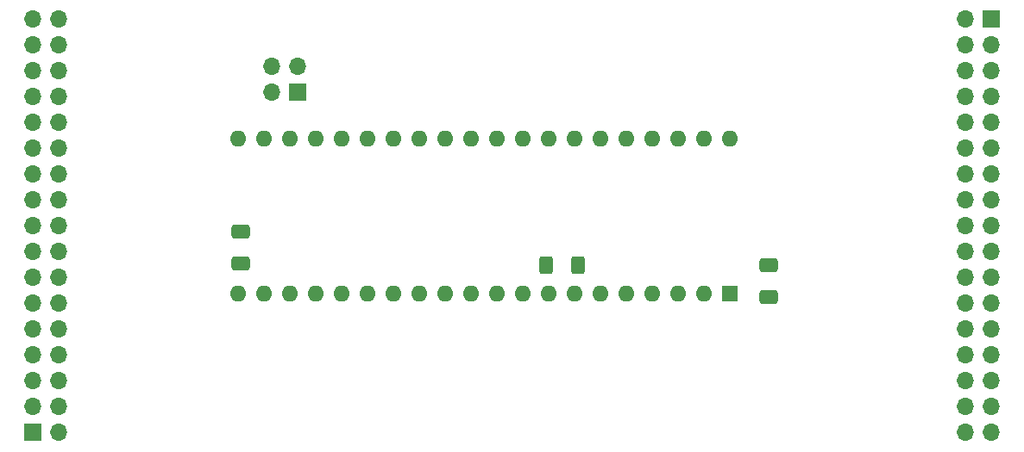
<source format=gbr>
%TF.GenerationSoftware,KiCad,Pcbnew,8.0.7-8.0.7-0~ubuntu22.04.1*%
%TF.CreationDate,2025-01-28T10:36:37+01:00*%
%TF.ProjectId,uPD7220_v1,75504437-3232-4305-9f76-312e6b696361,rev?*%
%TF.SameCoordinates,Original*%
%TF.FileFunction,Soldermask,Top*%
%TF.FilePolarity,Negative*%
%FSLAX46Y46*%
G04 Gerber Fmt 4.6, Leading zero omitted, Abs format (unit mm)*
G04 Created by KiCad (PCBNEW 8.0.7-8.0.7-0~ubuntu22.04.1) date 2025-01-28 10:36:37*
%MOMM*%
%LPD*%
G01*
G04 APERTURE LIST*
G04 Aperture macros list*
%AMRoundRect*
0 Rectangle with rounded corners*
0 $1 Rounding radius*
0 $2 $3 $4 $5 $6 $7 $8 $9 X,Y pos of 4 corners*
0 Add a 4 corners polygon primitive as box body*
4,1,4,$2,$3,$4,$5,$6,$7,$8,$9,$2,$3,0*
0 Add four circle primitives for the rounded corners*
1,1,$1+$1,$2,$3*
1,1,$1+$1,$4,$5*
1,1,$1+$1,$6,$7*
1,1,$1+$1,$8,$9*
0 Add four rect primitives between the rounded corners*
20,1,$1+$1,$2,$3,$4,$5,0*
20,1,$1+$1,$4,$5,$6,$7,0*
20,1,$1+$1,$6,$7,$8,$9,0*
20,1,$1+$1,$8,$9,$2,$3,0*%
G04 Aperture macros list end*
%ADD10RoundRect,0.250000X0.400000X0.625000X-0.400000X0.625000X-0.400000X-0.625000X0.400000X-0.625000X0*%
%ADD11R,1.700000X1.700000*%
%ADD12O,1.700000X1.700000*%
%ADD13RoundRect,0.250000X-0.650000X0.412500X-0.650000X-0.412500X0.650000X-0.412500X0.650000X0.412500X0*%
%ADD14R,1.600000X1.600000*%
%ADD15O,1.600000X1.600000*%
G04 APERTURE END LIST*
D10*
%TO.C,R1*%
X106452000Y-93218000D03*
X103352000Y-93218000D03*
%TD*%
D11*
%TO.C,J2*%
X78994000Y-76200000D03*
D12*
X76454000Y-76200000D03*
X78994000Y-73660000D03*
X76454000Y-73660000D03*
%TD*%
D13*
%TO.C,C2*%
X73406000Y-89877500D03*
X73406000Y-93002500D03*
%TD*%
%TO.C,C1*%
X125222000Y-93179500D03*
X125222000Y-96304500D03*
%TD*%
D11*
%TO.C,J3*%
X147000000Y-69000000D03*
D12*
X144460000Y-69000000D03*
X147000000Y-71540000D03*
X144460000Y-71540000D03*
X147000000Y-74080000D03*
X144460000Y-74080000D03*
X147000000Y-76620000D03*
X144460000Y-76620000D03*
X147000000Y-79160000D03*
X144460000Y-79160000D03*
X147000000Y-81700000D03*
X144460000Y-81700000D03*
X147000000Y-84240000D03*
X144460000Y-84240000D03*
X147000000Y-86780000D03*
X144460000Y-86780000D03*
X147000000Y-89320000D03*
X144460000Y-89320000D03*
X147000000Y-91860000D03*
X144460000Y-91860000D03*
X147000000Y-94400000D03*
X144460000Y-94400000D03*
X147000000Y-96940000D03*
X144460000Y-96940000D03*
X147000000Y-99480000D03*
X144460000Y-99480000D03*
X147000000Y-102020000D03*
X144460000Y-102020000D03*
X147000000Y-104560000D03*
X144460000Y-104560000D03*
X147000000Y-107100000D03*
X144460000Y-107100000D03*
X147000000Y-109640000D03*
X144460000Y-109640000D03*
%TD*%
D11*
%TO.C,J1*%
X53000000Y-109640000D03*
D12*
X55540000Y-109640000D03*
X53000000Y-107100000D03*
X55540000Y-107100000D03*
X53000000Y-104560000D03*
X55540000Y-104560000D03*
X53000000Y-102020000D03*
X55540000Y-102020000D03*
X53000000Y-99480000D03*
X55540000Y-99480000D03*
X53000000Y-96940000D03*
X55540000Y-96940000D03*
X53000000Y-94400000D03*
X55540000Y-94400000D03*
X53000000Y-91860000D03*
X55540000Y-91860000D03*
X53000000Y-89320000D03*
X55540000Y-89320000D03*
X53000000Y-86780000D03*
X55540000Y-86780000D03*
X53000000Y-84240000D03*
X55540000Y-84240000D03*
X53000000Y-81700000D03*
X55540000Y-81700000D03*
X53000000Y-79160000D03*
X55540000Y-79160000D03*
X53000000Y-76620000D03*
X55540000Y-76620000D03*
X53000000Y-74080000D03*
X55540000Y-74080000D03*
X53000000Y-71540000D03*
X55540000Y-71540000D03*
X53000000Y-69000000D03*
X55540000Y-69000000D03*
%TD*%
D14*
%TO.C,U3*%
X121412000Y-96012000D03*
D15*
X118872000Y-96012000D03*
X116332000Y-96012000D03*
X113792000Y-96012000D03*
X111252000Y-96012000D03*
X108712000Y-96012000D03*
X106172000Y-96012000D03*
X103632000Y-96012000D03*
X101092000Y-96012000D03*
X98552000Y-96012000D03*
X96012000Y-96012000D03*
X93472000Y-96012000D03*
X90932000Y-96012000D03*
X88392000Y-96012000D03*
X85852000Y-96012000D03*
X83312000Y-96012000D03*
X80772000Y-96012000D03*
X78232000Y-96012000D03*
X75692000Y-96012000D03*
X73152000Y-96012000D03*
X73152000Y-80772000D03*
X75692000Y-80772000D03*
X78232000Y-80772000D03*
X80772000Y-80772000D03*
X83312000Y-80772000D03*
X85852000Y-80772000D03*
X88392000Y-80772000D03*
X90932000Y-80772000D03*
X93472000Y-80772000D03*
X96012000Y-80772000D03*
X98552000Y-80772000D03*
X101092000Y-80772000D03*
X103632000Y-80772000D03*
X106172000Y-80772000D03*
X108712000Y-80772000D03*
X111252000Y-80772000D03*
X113792000Y-80772000D03*
X116332000Y-80772000D03*
X118872000Y-80772000D03*
X121412000Y-80772000D03*
%TD*%
M02*

</source>
